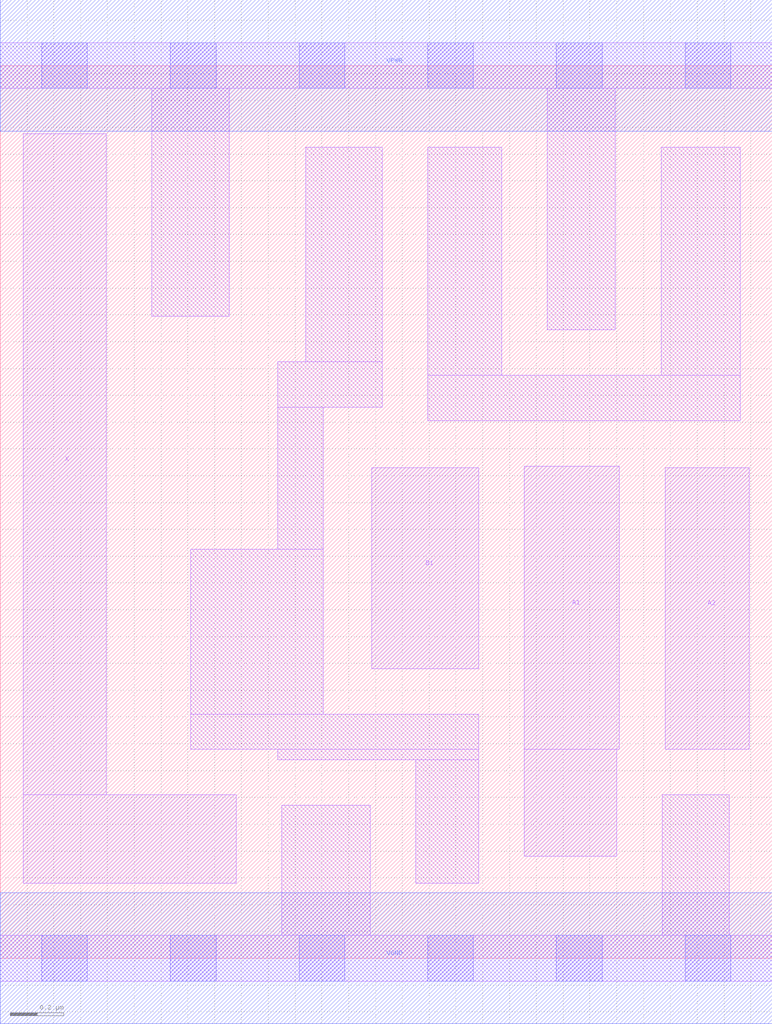
<source format=lef>
# Copyright 2020 The SkyWater PDK Authors
#
# Licensed under the Apache License, Version 2.0 (the "License");
# you may not use this file except in compliance with the License.
# You may obtain a copy of the License at
#
#     https://www.apache.org/licenses/LICENSE-2.0
#
# Unless required by applicable law or agreed to in writing, software
# distributed under the License is distributed on an "AS IS" BASIS,
# WITHOUT WARRANTIES OR CONDITIONS OF ANY KIND, either express or implied.
# See the License for the specific language governing permissions and
# limitations under the License.
#
# SPDX-License-Identifier: Apache-2.0

VERSION 5.7 ;
  NAMESCASESENSITIVE ON ;
  NOWIREEXTENSIONATPIN ON ;
  DIVIDERCHAR "/" ;
  BUSBITCHARS "[]" ;
UNITS
  DATABASE MICRONS 200 ;
END UNITS
MACRO sky130_fd_sc_lp__a21o_0
  CLASS CORE ;
  SOURCE USER ;
  FOREIGN sky130_fd_sc_lp__a21o_0 ;
  ORIGIN  0.000000  0.000000 ;
  SIZE  2.880000 BY  3.330000 ;
  SYMMETRY X Y R90 ;
  SITE unit ;
  PIN A1
    ANTENNAGATEAREA  0.159000 ;
    DIRECTION INPUT ;
    USE SIGNAL ;
    PORT
      LAYER li1 ;
        RECT 1.955000 0.380000 2.300000 0.780000 ;
        RECT 1.955000 0.780000 2.310000 1.835000 ;
    END
  END A1
  PIN A2
    ANTENNAGATEAREA  0.159000 ;
    DIRECTION INPUT ;
    USE SIGNAL ;
    PORT
      LAYER li1 ;
        RECT 2.480000 0.780000 2.795000 1.830000 ;
    END
  END A2
  PIN B1
    ANTENNAGATEAREA  0.159000 ;
    DIRECTION INPUT ;
    USE SIGNAL ;
    PORT
      LAYER li1 ;
        RECT 1.385000 1.080000 1.785000 1.830000 ;
    END
  END B1
  PIN X
    ANTENNADIFFAREA  0.280900 ;
    DIRECTION OUTPUT ;
    USE SIGNAL ;
    PORT
      LAYER li1 ;
        RECT 0.085000 0.280000 0.880000 0.610000 ;
        RECT 0.085000 0.610000 0.395000 3.075000 ;
    END
  END X
  PIN VGND
    DIRECTION INOUT ;
    USE GROUND ;
    PORT
      LAYER met1 ;
        RECT 0.000000 -0.245000 2.880000 0.245000 ;
    END
  END VGND
  PIN VPWR
    DIRECTION INOUT ;
    USE POWER ;
    PORT
      LAYER met1 ;
        RECT 0.000000 3.085000 2.880000 3.575000 ;
    END
  END VPWR
  OBS
    LAYER li1 ;
      RECT 0.000000 -0.085000 2.880000 0.085000 ;
      RECT 0.000000  3.245000 2.880000 3.415000 ;
      RECT 0.565000  2.395000 0.855000 3.245000 ;
      RECT 0.710000  0.780000 1.785000 0.910000 ;
      RECT 0.710000  0.910000 1.205000 1.525000 ;
      RECT 1.035000  0.740000 1.785000 0.780000 ;
      RECT 1.035000  1.525000 1.205000 2.055000 ;
      RECT 1.035000  2.055000 1.425000 2.225000 ;
      RECT 1.050000  0.085000 1.380000 0.570000 ;
      RECT 1.140000  2.225000 1.425000 3.025000 ;
      RECT 1.550000  0.280000 1.785000 0.740000 ;
      RECT 1.595000  2.005000 2.760000 2.175000 ;
      RECT 1.595000  2.175000 1.870000 3.025000 ;
      RECT 2.040000  2.345000 2.295000 3.245000 ;
      RECT 2.465000  2.175000 2.760000 3.025000 ;
      RECT 2.470000  0.085000 2.720000 0.610000 ;
    LAYER mcon ;
      RECT 0.155000 -0.085000 0.325000 0.085000 ;
      RECT 0.155000  3.245000 0.325000 3.415000 ;
      RECT 0.635000 -0.085000 0.805000 0.085000 ;
      RECT 0.635000  3.245000 0.805000 3.415000 ;
      RECT 1.115000 -0.085000 1.285000 0.085000 ;
      RECT 1.115000  3.245000 1.285000 3.415000 ;
      RECT 1.595000 -0.085000 1.765000 0.085000 ;
      RECT 1.595000  3.245000 1.765000 3.415000 ;
      RECT 2.075000 -0.085000 2.245000 0.085000 ;
      RECT 2.075000  3.245000 2.245000 3.415000 ;
      RECT 2.555000 -0.085000 2.725000 0.085000 ;
      RECT 2.555000  3.245000 2.725000 3.415000 ;
  END
END sky130_fd_sc_lp__a21o_0
END LIBRARY

</source>
